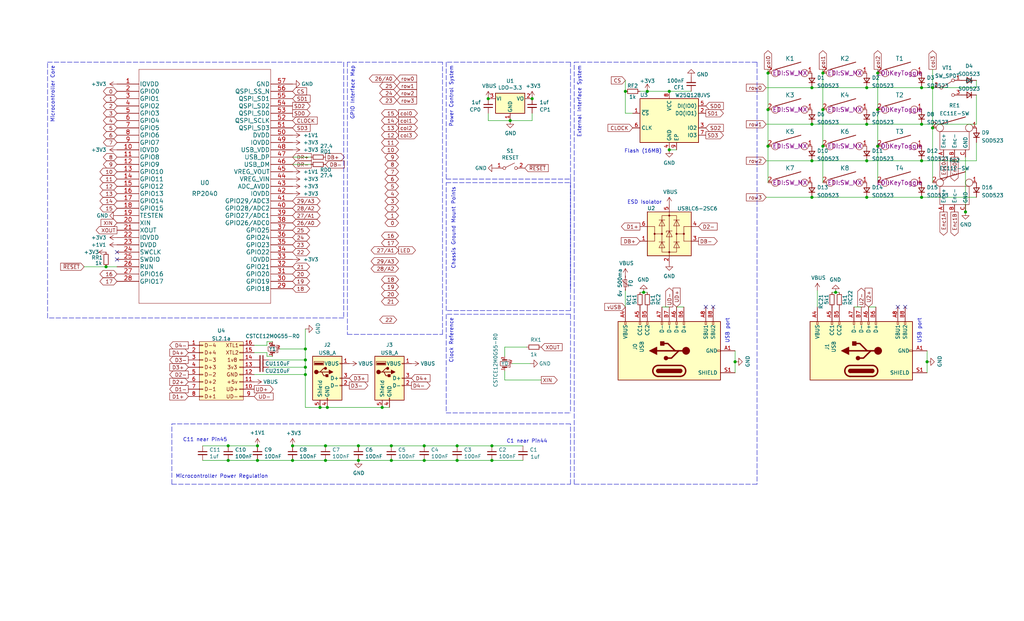
<source format=kicad_sch>
(kicad_sch (version 20211123) (generator eeschema)
  (paper "USLegal")
  (title_block (title "Hard Light") (date "2022-05-20") (rev "Mark 7") (company "Everywhere Defense Industries") (comment 1 "RP2040 main core"))
  (junction (at 177.165 41.91))
  (junction (at 281.94 55.88))
  (junction (at 158.75 160.02))
  (junction (at 320.04 43.18))
  (junction (at 232.41 52.07))
  (junction (at 300.99 55.88))
  (junction (at 113.665 141.605))
  (junction (at 266.7 25.4))
  (junction (at 304.8 38.1))
  (junction (at 320.04 55.88))
  (junction (at 266.7 38.1))
  (junction (at 124.46 154.94))
  (junction (at 285.75 50.8))
  (junction (at 255.27 125.73))
  (junction (at 170.815 154.94))
  (junction (at 224.79 31.75))
  (junction (at 111.125 141.605))
  (junction (at 169.545 34.29))
  (junction (at 304.8 25.4))
  (junction (at 323.85 44.45))
  (junction (at 170.815 160.02))
  (junction (at 101.6 154.94))
  (junction (at 89.408 160.02))
  (junction (at 79.248 160.02))
  (junction (at 281.94 43.18))
  (junction (at 101.6 160.02))
  (junction (at 320.04 30.48))
  (junction (at 135.89 160.02))
  (junction (at 106.045 130.175))
  (junction (at 217.17 31.75))
  (junction (at 147.32 160.02))
  (junction (at 320.04 68.58))
  (junction (at 113.03 154.94))
  (junction (at 335.28 73.66))
  (junction (at 36.83 92.71))
  (junction (at 290.195 101.6))
  (junction (at 223.52 101.6))
  (junction (at 266.7 50.8))
  (junction (at 89.408 154.94))
  (junction (at 300.99 30.48))
  (junction (at 281.94 68.58))
  (junction (at 113.03 160.02))
  (junction (at 106.045 121.285))
  (junction (at 300.99 43.18))
  (junction (at 285.75 25.4))
  (junction (at 321.945 125.73))
  (junction (at 300.99 68.58))
  (junction (at 124.46 160.02))
  (junction (at 147.32 154.94))
  (junction (at 304.8 50.8))
  (junction (at 79.248 154.94))
  (junction (at 184.785 34.29))
  (junction (at 158.75 154.94))
  (junction (at 106.045 125.095))
  (junction (at 281.94 30.48))
  (junction (at 132.715 141.605))
  (junction (at 323.85 30.48))
  (junction (at 232.41 31.75))
  (junction (at 106.045 127.635))
  (junction (at 135.89 154.94))
  (junction (at 285.75 38.1))
  (no_connect (at 311.785 106.68))
  (no_connect (at 40.64 87.63))
  (no_connect (at 40.64 90.17))
  (no_connect (at 314.325 106.68))
  (no_connect (at 247.65 106.68))
  (no_connect (at 245.11 106.68))
  (wire (pts (xy 113.03 154.94) (xy 101.6 154.94)))
  (wire (pts (xy 281.94 55.88) (xy 300.99 55.88)))
  (wire (pts (xy 93.345 125.095) (xy 106.045 125.095)))
  (wire (pts (xy 224.79 31.75) (xy 232.41 31.75)))
  (wire (pts (xy 88.265 122.555) (xy 92.71 122.555)))
  (wire (pts (xy 320.04 43.18) (xy 339.09 43.18)))
  (polyline (pts (xy 154.94 109.22) (xy 154.94 143.51)))
  (wire (pts (xy 320.04 68.58) (xy 339.09 68.58)))
  (wire (pts (xy 217.17 39.37) (xy 219.71 39.37)))
  (wire (pts (xy 175.26 120.65) (xy 175.26 123.825)))
  (wire (pts (xy 89.408 160.02) (xy 101.6 160.02)))
  (wire (pts (xy 177.8 126.365) (xy 184.15 126.365)))
  (wire (pts (xy 339.09 30.48) (xy 323.85 30.48)))
  (polyline (pts (xy 154.94 62.23) (xy 198.12 62.23)))
  (polyline (pts (xy 199.39 21.59) (xy 262.89 21.59)))
  (wire (pts (xy 237.49 106.68) (xy 234.95 106.68)))
  (polyline (pts (xy 119.38 110.49) (xy 16.51 110.49)))
  (wire (pts (xy 320.04 55.88) (xy 339.09 55.88)))
  (wire (pts (xy 323.85 30.48) (xy 320.04 30.48)))
  (wire (pts (xy 92.71 123.825) (xy 94.615 123.825)))
  (wire (pts (xy 323.85 24.13) (xy 323.85 30.48)))
  (polyline (pts (xy 198.12 63.5) (xy 198.12 107.95)))
  (wire (pts (xy 170.815 160.02) (xy 181.61 160.02)))
  (wire (pts (xy 232.41 52.07) (xy 234.95 52.07)))
  (wire (pts (xy 266.7 24.13) (xy 266.7 25.4)))
  (wire (pts (xy 124.46 154.94) (xy 113.03 154.94)))
  (polyline (pts (xy 16.51 21.59) (xy 119.38 21.59)))
  (wire (pts (xy 135.89 154.94) (xy 124.46 154.94)))
  (polyline (pts (xy 120.65 116.205) (xy 153.67 116.205)))
  (wire (pts (xy 175.26 128.905) (xy 175.26 132.08)))
  (wire (pts (xy 111.125 141.605) (xy 113.665 141.605)))
  (polyline (pts (xy 120.65 21.59) (xy 120.65 116.205)))
  (wire (pts (xy 266.7 38.1) (xy 266.7 50.8)))
  (wire (pts (xy 323.85 44.45) (xy 323.85 63.5)))
  (wire (pts (xy 97.155 121.285) (xy 106.045 121.285)))
  (wire (pts (xy 281.94 68.58) (xy 300.99 68.58)))
  (polyline (pts (xy 262.89 168.275) (xy 199.39 168.275)))
  (wire (pts (xy 304.8 25.4) (xy 304.8 38.1)))
  (wire (pts (xy 93.345 127.635) (xy 106.045 127.635)))
  (polyline (pts (xy 198.12 21.59) (xy 198.12 62.23)))
  (wire (pts (xy 88.265 130.175) (xy 106.045 130.175)))
  (wire (pts (xy 158.75 160.02) (xy 170.815 160.02)))
  (wire (pts (xy 223.52 101.6) (xy 222.25 101.6)))
  (polyline (pts (xy 154.94 63.5) (xy 198.12 63.5)))
  (wire (pts (xy 70.358 154.94) (xy 79.248 154.94)))
  (wire (pts (xy 184.785 41.91) (xy 184.785 39.37)))
  (wire (pts (xy 285.75 50.8) (xy 285.75 63.5)))
  (wire (pts (xy 304.8 38.1) (xy 304.8 50.8)))
  (wire (pts (xy 320.04 30.48) (xy 300.99 30.48)))
  (wire (pts (xy 147.32 154.94) (xy 135.89 154.94)))
  (wire (pts (xy 281.94 43.18) (xy 300.99 43.18)))
  (wire (pts (xy 79.248 154.94) (xy 89.408 154.94)))
  (wire (pts (xy 300.99 68.58) (xy 320.04 68.58)))
  (polyline (pts (xy 154.94 21.59) (xy 154.94 62.23)))
  (wire (pts (xy 113.665 141.605) (xy 132.715 141.605)))
  (wire (pts (xy 285.75 38.1) (xy 285.75 50.8)))
  (wire (pts (xy 170.815 154.94) (xy 181.61 154.94)))
  (wire (pts (xy 224.79 101.6) (xy 223.52 101.6)))
  (wire (pts (xy 266.065 68.58) (xy 281.94 68.58)))
  (wire (pts (xy 175.26 132.08) (xy 187.96 132.08)))
  (polyline (pts (xy 59.69 168.275) (xy 59.69 147.32)))
  (wire (pts (xy 304.8 24.13) (xy 304.8 25.4)))
  (wire (pts (xy 266.7 50.8) (xy 266.7 63.5)))
  (wire (pts (xy 266.065 43.18) (xy 281.94 43.18)))
  (wire (pts (xy 304.165 106.68) (xy 301.625 106.68)))
  (wire (pts (xy 339.09 49.53) (xy 339.09 55.88)))
  (wire (pts (xy 79.248 160.02) (xy 89.408 160.02)))
  (polyline (pts (xy 153.67 21.59) (xy 120.65 21.59)))
  (polyline (pts (xy 154.94 107.95) (xy 154.94 63.5)))
  (wire (pts (xy 222.25 31.75) (xy 224.79 31.75)))
  (polyline (pts (xy 154.94 143.51) (xy 198.12 143.51)))
  (wire (pts (xy 232.41 31.75) (xy 240.03 31.75)))
  (polyline (pts (xy 198.12 168.275) (xy 198.12 147.32)))
  (wire (pts (xy 92.71 118.745) (xy 94.615 118.745)))
  (wire (pts (xy 158.75 154.94) (xy 170.815 154.94)))
  (wire (pts (xy 300.99 55.88) (xy 320.04 55.88)))
  (wire (pts (xy 29.21 92.71) (xy 36.83 92.71)))
  (wire (pts (xy 339.09 27.94) (xy 339.09 30.48)))
  (wire (pts (xy 92.71 120.015) (xy 92.71 118.745)))
  (wire (pts (xy 335.28 54.61) (xy 335.28 73.66)))
  (polyline (pts (xy 153.67 116.205) (xy 153.67 21.59)))
  (wire (pts (xy 147.32 160.02) (xy 135.89 160.02)))
  (wire (pts (xy 169.545 39.37) (xy 169.545 41.91)))
  (polyline (pts (xy 198.12 100.33) (xy 198.12 62.23)))
  (wire (pts (xy 300.99 43.18) (xy 320.04 43.18)))
  (wire (pts (xy 36.83 92.71) (xy 40.64 92.71)))
  (wire (pts (xy 285.75 24.13) (xy 285.75 25.4)))
  (wire (pts (xy 304.8 50.8) (xy 304.8 63.5)))
  (wire (pts (xy 232.41 106.68) (xy 229.87 106.68)))
  (wire (pts (xy 92.71 122.555) (xy 92.71 123.825)))
  (wire (pts (xy 177.165 41.91) (xy 184.785 41.91)))
  (wire (pts (xy 217.17 31.75) (xy 217.17 39.37)))
  (wire (pts (xy 158.75 154.94) (xy 147.32 154.94)))
  (wire (pts (xy 217.17 100.965) (xy 217.17 106.68)))
  (wire (pts (xy 106.045 125.095) (xy 106.045 127.635)))
  (polyline (pts (xy 198.12 109.22) (xy 198.12 143.51)))
  (wire (pts (xy 323.85 30.48) (xy 323.85 44.45)))
  (wire (pts (xy 106.045 141.605) (xy 111.125 141.605)))
  (wire (pts (xy 217.17 27.94) (xy 217.17 31.75)))
  (wire (pts (xy 113.03 160.02) (xy 101.6 160.02)))
  (wire (pts (xy 266.7 25.4) (xy 266.7 38.1)))
  (wire (pts (xy 339.09 43.18) (xy 339.09 33.02)))
  (wire (pts (xy 158.75 160.02) (xy 147.32 160.02)))
  (polyline (pts (xy 198.12 107.95) (xy 154.94 107.95)))
  (wire (pts (xy 70.358 160.02) (xy 79.248 160.02)))
  (wire (pts (xy 321.945 129.54) (xy 321.945 125.73)))
  (polyline (pts (xy 16.51 110.49) (xy 16.51 21.59)))
  (wire (pts (xy 291.465 101.6) (xy 290.195 101.6)))
  (wire (pts (xy 169.545 41.91) (xy 177.165 41.91)))
  (wire (pts (xy 106.045 130.175) (xy 106.045 141.605)))
  (wire (pts (xy 300.99 30.48) (xy 281.94 30.48)))
  (wire (pts (xy 101.6 57.15) (xy 107.95 57.15)))
  (wire (pts (xy 321.945 125.73) (xy 321.945 121.92)))
  (polyline (pts (xy 119.38 21.59) (xy 119.38 110.49)))
  (wire (pts (xy 255.27 125.73) (xy 255.27 121.92)))
  (polyline (pts (xy 262.89 21.59) (xy 262.89 168.275)))
  (polyline (pts (xy 198.12 21.59) (xy 154.94 21.59)))
  (wire (pts (xy 135.89 160.02) (xy 124.46 160.02)))
  (wire (pts (xy 175.26 120.65) (xy 182.88 120.65)))
  (wire (pts (xy 132.715 141.605) (xy 135.255 141.605)))
  (wire (pts (xy 283.845 100.965) (xy 283.845 106.68)))
  (wire (pts (xy 88.265 120.015) (xy 92.71 120.015)))
  (wire (pts (xy 106.045 127.635) (xy 106.045 130.175)))
  (polyline (pts (xy 199.39 168.275) (xy 199.39 21.59)))
  (wire (pts (xy 266.065 30.48) (xy 281.94 30.48)))
  (wire (pts (xy 106.045 114.3) (xy 106.045 121.285)))
  (wire (pts (xy 124.46 160.02) (xy 113.03 160.02)))
  (wire (pts (xy 285.75 25.4) (xy 285.75 38.1)))
  (wire (pts (xy 290.195 101.6) (xy 288.925 101.6)))
  (wire (pts (xy 101.6 54.61) (xy 107.95 54.61)))
  (wire (pts (xy 255.27 129.54) (xy 255.27 125.73)))
  (polyline (pts (xy 198.12 109.22) (xy 154.94 109.22)))
  (polyline (pts (xy 198.12 147.32) (xy 59.69 147.32)))
  (wire (pts (xy 106.045 121.285) (xy 106.045 125.095)))
  (wire (pts (xy 266.065 55.88) (xy 281.94 55.88)))
  (polyline (pts (xy 59.69 168.275) (xy 198.12 168.275)))
  (wire (pts (xy 299.085 106.68) (xy 296.545 106.68)))
  (text "ESD Isolator" (at 229.87 71.12 180) (effects (font (size 1.27 1.27)) (justify right bottom)))
  (text "USB port" (at 253.365 119.38 90) (effects (font (size 1.27 1.27)) (justify left bottom)))
  (text "USB port" (at 320.04 119.38 90) (effects (font (size 1.27 1.27)) (justify left bottom)))
  (text "Flash (16MB)" (at 229.87 53.34 180) (effects (font (size 1.27 1.27)) (justify right bottom)))
  (text "Microcontroller Core" (at 19.05 22.86 270) (effects (font (size 1.27 1.27)) (justify right bottom)))
  (text "Chassis Ground Mount Points" (at 158.242 65.024 270) (effects (font (size 1.27 1.27)) (justify right bottom)))
  (text "C11 near Pin45" (at 63.5 153.67 0) (effects (font (size 1.27 1.27)) (justify left bottom)))
  (text "C1 near Pin44" (at 175.895 154.178 0) (effects (font (size 1.27 1.27)) (justify left bottom)))
  (text "Microcontroller Power Regulation" (at 60.96 166.37 0) (effects (font (size 1.27 1.27)) (justify left bottom)))
  (text "Power Control System" (at 157.48 22.86 270) (effects (font (size 1.27 1.27)) (justify right bottom)))
  (text "External Interface System" (at 201.93 22.86 270) (effects (font (size 1.27 1.27)) (justify right bottom)))
  (text "Clock Reference" (at 157.48 110.49 270) (effects (font (size 1.27 1.27)) (justify right bottom)))
  (text "GPIO Interface Map" (at 123.19 22.86 270) (effects (font (size 1.27 1.27)) (justify right bottom)))
  (global_label "vUSB" (shape input) (at 217.17 106.68 180) (property "Intersheet References" "${INTERSHEET_REFS}" (effects hide)))
  (global_label "XOUT" (shape input) (at 187.96 120.65 0) (property "Intersheet References" "${INTERSHEET_REFS}" (effects hide)))
  (global_label "CS" (shape input) (at 101.6 31.75 0) (property "Intersheet References" "${INTERSHEET_REFS}" (effects hide)))
  (global_label "row3" (shape input) (at 266.065 68.58 180) (property "Intersheet References" "${INTERSHEET_REFS}" (effects hide)))
  (global_label "2" (shape bidirectional) (at 138.43 72.39 180) (property "Intersheet References" "${INTERSHEET_REFS}" (effects hide)))
  (global_label "col1" (shape output) (at 285.75 24.13 90) (property "Intersheet References" "${INTERSHEET_REFS}" (effects hide)))
  (global_label "19" (shape bidirectional) (at 101.6 97.79 0) (property "Intersheet References" "${INTERSHEET_REFS}" (effects hide)))
  (global_label "25" (shape bidirectional) (at 137.795 29.845 180) (property "Intersheet References" "${INTERSHEET_REFS}" (effects hide)))
  (global_label "col1" (shape output) (at 138.43 41.91 0) (property "Intersheet References" "${INTERSHEET_REFS}" (effects hide)))
  (global_label "SD1" (shape output) (at 245.11 39.37 0) (property "Intersheet References" "${INTERSHEET_REFS}" (effects hide)))
  (global_label "col0" (shape output) (at 138.43 39.37 0) (property "Intersheet References" "${INTERSHEET_REFS}" (effects hide)))
  (global_label "16" (shape bidirectional) (at 138.43 81.915 180) (property "Intersheet References" "${INTERSHEET_REFS}" (effects hide)))
  (global_label "row0" (shape input) (at 266.065 30.48 180) (property "Intersheet References" "${INTERSHEET_REFS}" (effects hide)))
  (global_label "D1-" (shape output) (at 65.405 135.255 180) (property "Intersheet References" "${INTERSHEET_REFS}" (effects hide)))
  (global_label "D3-" (shape output) (at 65.405 125.095 180) (property "Intersheet References" "${INTERSHEET_REFS}" (effects hide)))
  (global_label "D3-" (shape output) (at 121.285 133.985 0) (property "Intersheet References" "${INTERSHEET_REFS}" (effects hide)))
  (global_label "D3+" (shape input) (at 65.405 127.635 180) (property "Intersheet References" "${INTERSHEET_REFS}" (effects hide)))
  (global_label "DB-" (shape input) (at 113.03 57.15 0) (property "Intersheet References" "${INTERSHEET_REFS}" (effects hide)))
  (global_label "7" (shape bidirectional) (at 138.43 59.69 180) (property "Intersheet References" "${INTERSHEET_REFS}" (effects hide)))
  (global_label "D4-" (shape output) (at 142.875 133.985 0) (property "Intersheet References" "${INTERSHEET_REFS}" (effects hide)))
  (global_label "Enc1B" (shape output) (at 331.47 73.66 270) (property "Intersheet References" "${INTERSHEET_REFS}" (effects hide)))
  (global_label "1" (shape bidirectional) (at 138.43 74.93 180) (property "Intersheet References" "${INTERSHEET_REFS}" (effects hide)))
  (global_label "D1+" (shape output) (at 222.25 78.74 180) (property "Intersheet References" "${INTERSHEET_REFS}" (effects hide)))
  (global_label "26{slash}A0" (shape bidirectional) (at 137.795 27.305 180) (property "Intersheet References" "${INTERSHEET_REFS}" (effects hide)))
  (global_label "0" (shape bidirectional) (at 40.64 31.75 180) (property "Intersheet References" "${INTERSHEET_REFS}" (effects hide)))
  (global_label "UD-" (shape output) (at 232.41 106.68 90) (property "Intersheet References" "${INTERSHEET_REFS}" (effects hide)))
  (global_label "11" (shape bidirectional) (at 40.64 62.23 180) (property "Intersheet References" "${INTERSHEET_REFS}" (effects hide)))
  (global_label "CS" (shape input) (at 217.17 27.94 180) (property "Intersheet References" "${INTERSHEET_REFS}" (effects hide)))
  (global_label "24" (shape bidirectional) (at 101.6 82.55 0) (property "Intersheet References" "${INTERSHEET_REFS}" (effects hide)))
  (global_label "CLOCK" (shape input) (at 101.6 41.91 0) (property "Intersheet References" "${INTERSHEET_REFS}" (effects hide)))
  (global_label "5" (shape bidirectional) (at 138.43 64.77 180) (property "Intersheet References" "${INTERSHEET_REFS}" (effects hide)))
  (global_label "col3" (shape output) (at 138.43 46.99 0) (property "Intersheet References" "${INTERSHEET_REFS}" (effects hide)))
  (global_label "25" (shape bidirectional) (at 101.6 80.01 0) (property "Intersheet References" "${INTERSHEET_REFS}" (effects hide)))
  (global_label "D3+" (shape input) (at 121.285 131.445 0) (property "Intersheet References" "${INTERSHEET_REFS}" (effects hide)))
  (global_label "SD3" (shape output) (at 245.11 46.99 0) (property "Intersheet References" "${INTERSHEET_REFS}" (effects hide)))
  (global_label "U2-" (shape output) (at 299.085 106.68 90) (property "Intersheet References" "${INTERSHEET_REFS}" (effects hide)))
  (global_label "20" (shape bidirectional) (at 138.43 102.235 180) (property "Intersheet References" "${INTERSHEET_REFS}" (effects hide)))
  (global_label "D2+" (shape input) (at 65.405 132.715 180) (property "Intersheet References" "${INTERSHEET_REFS}" (effects hide)))
  (global_label "SD3" (shape input) (at 101.6 44.45 0) (property "Intersheet References" "${INTERSHEET_REFS}" (effects hide)))
  (global_label "3" (shape bidirectional) (at 40.64 39.37 180) (property "Intersheet References" "${INTERSHEET_REFS}" (effects hide)))
  (global_label "~{RESET}" (shape input) (at 29.21 92.71 180) (property "Intersheet References" "${INTERSHEET_REFS}" (effects hide)))
  (global_label "9" (shape bidirectional) (at 138.43 54.61 180) (property "Intersheet References" "${INTERSHEET_REFS}" (effects hide)))
  (global_label "12" (shape bidirectional) (at 138.43 46.99 180) (property "Intersheet References" "${INTERSHEET_REFS}" (effects hide)))
  (global_label "27{slash}A1" (shape bidirectional) (at 101.6 74.93 0) (property "Intersheet References" "${INTERSHEET_REFS}" (effects hide)))
  (global_label "D1+" (shape input) (at 65.405 137.795 180) (property "Intersheet References" "${INTERSHEET_REFS}" (effects hide)))
  (global_label "U2+" (shape input) (at 301.625 106.68 90) (property "Intersheet References" "${INTERSHEET_REFS}" (effects hide)))
  (global_label "CLOCK" (shape input) (at 219.71 44.45 180) (property "Intersheet References" "${INTERSHEET_REFS}" (effects hide)))
  (global_label "24" (shape bidirectional) (at 137.795 32.385 180) (property "Intersheet References" "${INTERSHEET_REFS}" (effects hide)))
  (global_label "DB+" (shape input) (at 222.25 83.82 180) (property "Intersheet References" "${INTERSHEET_REFS}" (effects hide)))
  (global_label "13" (shape bidirectional) (at 40.64 67.31 180) (property "Intersheet References" "${INTERSHEET_REFS}" (effects hide)))
  (global_label "SD1" (shape input) (at 101.6 34.29 0) (property "Intersheet References" "${INTERSHEET_REFS}" (effects hide)))
  (global_label "21" (shape bidirectional) (at 101.6 92.71 0) (property "Intersheet References" "${INTERSHEET_REFS}" (effects hide)))
  (global_label "XIN" (shape input) (at 40.64 77.47 180) (property "Intersheet References" "${INTERSHEET_REFS}" (effects hide)))
  (global_label "7" (shape bidirectional) (at 40.64 49.53 180) (property "Intersheet References" "${INTERSHEET_REFS}" (effects hide)))
  (global_label "~{RESET}" (shape input) (at 182.245 58.42 0) (property "Intersheet References" "${INTERSHEET_REFS}" (effects hide)))
  (global_label "28{slash}A2" (shape bidirectional) (at 138.43 93.345 180) (property "Intersheet References" "${INTERSHEET_REFS}" (effects hide)))
  (global_label "col2" (shape output) (at 138.43 44.45 0) (property "Intersheet References" "${INTERSHEET_REFS}" (effects hide)))
  (global_label "18" (shape bidirectional) (at 138.43 97.155 180) (property "Intersheet References" "${INTERSHEET_REFS}" (effects hide)))
  (global_label "2" (shape bidirectional) (at 40.64 36.83 180) (property "Intersheet References" "${INTERSHEET_REFS}" (effects hide)))
  (global_label "15" (shape bidirectional) (at 138.43 39.37 180) (property "Intersheet References" "${INTERSHEET_REFS}" (effects hide)))
  (global_label "14" (shape bidirectional) (at 40.64 69.85 180) (property "Intersheet References" "${INTERSHEET_REFS}" (effects hide)))
  (global_label "15" (shape bidirectional) (at 40.64 72.39 180) (property "Intersheet References" "${INTERSHEET_REFS}" (effects hide)))
  (global_label "D2-" (shape output) (at 65.405 130.175 180) (property "Intersheet References" "${INTERSHEET_REFS}" (effects hide)))
  (global_label "D4+" (shape input) (at 142.875 131.445 0) (property "Intersheet References" "${INTERSHEET_REFS}" (effects hide)))
  (global_label "SD0" (shape input) (at 245.11 36.83 0) (property "Intersheet References" "${INTERSHEET_REFS}" (effects hide)))
  (global_label "D2-" (shape input) (at 242.57 78.74 0) (property "Intersheet References" "${INTERSHEET_REFS}" (effects hide)))
  (global_label "XIN" (shape output) (at 187.96 132.08 0) (property "Intersheet References" "${INTERSHEET_REFS}" (effects hide)))
  (global_label "8" (shape bidirectional) (at 138.43 57.15 180) (property "Intersheet References" "${INTERSHEET_REFS}" (effects hide)))
  (global_label "SD0" (shape output) (at 101.6 39.37 0) (property "Intersheet References" "${INTERSHEET_REFS}" (effects hide)))
  (global_label "0" (shape bidirectional) (at 138.43 77.47 180) (property "Intersheet References" "${INTERSHEET_REFS}" (effects hide)))
  (global_label "28{slash}A2" (shape bidirectional) (at 101.6 72.39 0) (property "Intersheet References" "${INTERSHEET_REFS}" (effects hide)))
  (global_label "Enc1A" (shape output) (at 327.66 73.66 270) (property "Intersheet References" "${INTERSHEET_REFS}" (effects hide)))
  (global_label "26{slash}A0" (shape bidirectional) (at 101.6 77.47 0) (property "Intersheet References" "${INTERSHEET_REFS}" (effects hide)))
  (global_label "22" (shape bidirectional) (at 137.795 111.125 180) (property "Intersheet References" "${INTERSHEET_REFS}" (effects hide)))
  (global_label "DB+" (shape output) (at 113.03 54.61 0) (property "Intersheet References" "${INTERSHEET_REFS}" (effects hide)))
  (global_label "UD+" (shape output) (at 88.265 135.255 0) (property "Intersheet References" "${INTERSHEET_REFS}" (effects hide)))
  (global_label "8" (shape bidirectional) (at 40.64 54.61 180) (property "Intersheet References" "${INTERSHEET_REFS}" (effects hide)))
  (global_label "row2" (shape input) (at 266.065 55.88 180) (property "Intersheet References" "${INTERSHEET_REFS}" (effects hide)))
  (global_label "9" (shape bidirectional) (at 40.64 57.15 180) (property "Intersheet References" "${INTERSHEET_REFS}" (effects hide)))
  (global_label "16" (shape bidirectional) (at 40.64 95.25 180) (property "Intersheet References" "${INTERSHEET_REFS}" (effects hide)))
  (global_label "row2" (shape input) (at 137.795 32.385 0) (property "Intersheet References" "${INTERSHEET_REFS}" (effects hide)))
  (global_label "23" (shape bidirectional) (at 101.6 85.09 0) (property "Intersheet References" "${INTERSHEET_REFS}" (effects hide)))
  (global_label "17" (shape bidirectional) (at 40.64 97.79 180) (property "Intersheet References" "${INTERSHEET_REFS}" (effects hide)))
  (global_label "col2" (shape output) (at 304.8 24.13 90) (property "Intersheet References" "${INTERSHEET_REFS}" (effects hide)))
  (global_label "col0" (shape output) (at 266.7 24.13 90) (property "Intersheet References" "${INTERSHEET_REFS}" (effects hide)))
  (global_label "Enc0A" (shape output) (at 327.66 54.61 270) (property "Intersheet References" "${INTERSHEET_REFS}" (effects hide)))
  (global_label "29{slash}A3" (shape bidirectional) (at 138.43 90.805 180) (property "Intersheet References" "${INTERSHEET_REFS}" (effects hide)))
  (global_label "D4+" (shape input) (at 65.405 122.555 180) (property "Intersheet References" "${INTERSHEET_REFS}" (effects hide)))
  (global_label "12" (shape bidirectional) (at 40.64 64.77 180) (property "Intersheet References" "${INTERSHEET_REFS}" (effects hide)))
  (global_label "10" (shape bidirectional) (at 138.43 52.07 180) (property "Intersheet References" "${INTERSHEET_REFS}" (effects hide)))
  (global_label "Enc0B" (shape output) (at 331.47 54.61 270) (property "Intersheet References" "${INTERSHEET_REFS}" (effects hide)))
  (global_label "6" (shape bidirectional) (at 40.64 46.99 180) (property "Intersheet References" "${INTERSHEET_REFS}" (effects hide)))
  (global_label "29{slash}A3" (shape bidirectional) (at 101.6 69.85 0) (property "Intersheet References" "${INTERSHEET_REFS}" (effects hide)))
  (global_label "row1" (shape input) (at 137.795 29.845 0) (property "Intersheet References" "${INTERSHEET_REFS}" (effects hide)))
  (global_label "col3" (shape output) (at 323.85 24.13 90) (property "Intersheet References" "${INTERSHEET_REFS}" (effects hide)))
  (global_label "4" (shape bidirectional) (at 40.64 41.91 180) (property "Intersheet References" "${INTERSHEET_REFS}" (effects hide)))
  (global_label "D4-" (shape output) (at 65.405 120.015 180) (property "Intersheet References" "${INTERSHEET_REFS}" (effects hide)))
  (global_label "UD+" (shape input) (at 234.95 106.68 90) (property "Intersheet References" "${INTERSHEET_REFS}" (effects hide)))
  (global_label "SD2" (shape input) (at 245.11 44.45 0) (property "Intersheet References" "${INTERSHEET_REFS}" (effects hide)))
  (global_label "row3" (shape input) (at 137.795 34.925 0) (property "Intersheet References" "${INTERSHEET_REFS}" (effects hide)))
  (global_label "23" (shape bidirectional) (at 137.795 34.925 180) (property "Intersheet References" "${INTERSHEET_REFS}" (effects hide)))
  (global_label "row1" (shape input) (at 266.065 43.18 180) (property "Intersheet References" "${INTERSHEET_REFS}" (effects hide)))
  (global_label "DR+" (shape input) (at 101.6 54.61 0) (property "Intersheet References" "${INTERSHEET_REFS}" (effects hide)))
  (global_label "SD2" (shape output) (at 101.6 36.83 0) (property "Intersheet References" "${INTERSHEET_REFS}" (effects hide)))
  (global_label "13" (shape bidirectional) (at 138.43 44.45 180) (property "Intersheet References" "${INTERSHEET_REFS}" (effects hide)))
  (global_label "UD-" (shape input) (at 88.265 137.795 0) (property "Intersheet References" "${INTERSHEET_REFS}" (effects hide)))
  (global_label "27{slash}A1" (shape bidirectional) (at 138.43 86.995 180) (property "Intersheet References" "${INTERSHEET_REFS}" (effects hide)))
  (global_label "4" (shape bidirectional) (at 138.43 67.31 180) (property "Intersheet References" "${INTERSHEET_REFS}" (effects hide)))
  (global_label "6" (shape bidirectional) (at 138.43 62.23 180) (property "Intersheet References" "${INTERSHEET_REFS}" (effects hide)))
  (global_label "11" (shape bidirectional) (at 138.43 49.53 180) (property "Intersheet References" "${INTERSHEET_REFS}" (effects hide)))
  (global_label "17" (shape bidirectional) (at 138.43 84.455 180) (property "Intersheet References" "${INTERSHEET_REFS}" (effects hide)))
  (global_label "5" (shape bidirectional) (at 40.64 44.45 180) (property "Intersheet References" "${INTERSHEET_REFS}" (effects hide)))
  (global_label "XOUT" (shape output) (at 40.64 80.01 180) (property "Intersheet References" "${INTERSHEET_REFS}" (effects hide)))
  (global_label "3" (shape bidirectional) (at 138.43 69.85 180) (property "Intersheet References" "${INTERSHEET_REFS}" (effects hide)))
  (global_label "21" (shape bidirectional) (at 138.43 104.775 180) (property "Intersheet References" "${INTERSHEET_REFS}" (effects hide)))
  (global_label "19" (shape bidirectional) (at 138.43 99.695 180) (property "Intersheet References" "${INTERSHEET_REFS}" (effects hide)))
  (global_label "DR-" (shape input) (at 101.6 57.15 0) (property "Intersheet References" "${INTERSHEET_REFS}" (effects hide)))
  (global_label "18" (shape bidirectional) (at 101.6 100.33 0) (property "Intersheet References" "${INTERSHEET_REFS}" (effects hide)))
  (global_label "LED" (shape output) (at 138.43 86.995 0) (property "Intersheet References" "${INTERSHEET_REFS}" (effects hide)))
  (global_label "20" (shape bidirectional) (at 101.6 95.25 0) (property "Intersheet References" "${INTERSHEET_REFS}" (effects hide)))
  (global_label "10" (shape bidirectional) (at 40.64 59.69 180) (property "Intersheet References" "${INTERSHEET_REFS}" (effects hide)))
  (global_label "1" (shape bidirectional) (at 40.64 34.29 180) (property "Intersheet References" "${INTERSHEET_REFS}" (effects hide)))
  (global_label "14" (shape bidirectional) (at 138.43 41.91 180) (property "Intersheet References" "${INTERSHEET_REFS}" (effects hide)))
  (global_label "22" (shape bidirectional) (at 101.6 87.63 0) (property "Intersheet References" "${INTERSHEET_REFS}" (effects hide)))
  (global_label "DB-" (shape output) (at 242.57 83.82 0) (property "Intersheet References" "${INTERSHEET_REFS}" (effects hide)))
  (global_label "row0" (shape input) (at 137.795 27.305 0) (property "Intersheet References" "${INTERSHEET_REFS}" (effects hide)))
  (symbol (lib_id "power:GND") (at 40.64 74.93 270) (unit 1)
    (property "Reference" "#PWR0102" (effects hide))
    (property "Value" "GND" (at 35.56 74.93 90))
  )
  (symbol (lib_id "Device:C_Small") (at 181.61 157.48 0) (unit 1)
    (property "Reference" "C1" (at 183.9468 156.3116 0) (effects (justify left)))
    (property "Value" "1uf" (at 184.15 158.75 0) (effects (justify left)))
    (property "Footprint" "EDI:Passive_0402_1005Metric" (effects hide))
    (property "LCSC" "C52923" (effects hide))
  )
  (symbol (lib_id "Device:C_Small") (at 158.75 157.48 0) (unit 1)
    (property "Reference" "C3" (at 161.0868 156.3116 0) (effects (justify left)))
    (property "Value" "100nF" (at 161.0868 158.623 0) (effects (justify left)))
    (property "Footprint" "EDI:Passive_0402_1005Metric" (effects hide))
    (property "LCSC" "C1525" (effects hide))
  )
  (symbol (lib_id "Device:C_Small") (at 147.32 157.48 0) (unit 1)
    (property "Reference" "C4" (at 149.6568 156.3116 0) (effects (justify left)))
    (property "Value" "100nF" (at 149.6568 158.623 0) (effects (justify left)))
    (property "Footprint" "EDI:Passive_0402_1005Metric" (effects hide))
    (property "LCSC" "C1525" (effects hide))
  )
  (symbol (lib_id "power:GND") (at 124.46 160.02 0) (unit 1)
    (property "Reference" "#PWR0104" (effects hide))
    (property "Value" "GND" (at 124.587 164.4142 0))
  )
  (symbol (lib_id "Regulator_Linear:LD1117S33TR_SOT223") (at 177.165 34.29 0) (unit 1)
    (property "Reference" "U1" (at 177.165 28.1432 0))
    (property "Value" "LDO-3.3" (at 177.165 30.4546 0))
    (property "Footprint" "Package_TO_SOT_SMD:SOT-23" (effects hide))
    (property "Datasheet" "http://www.st.com/st-web-ui/static/active/en/resource/technical/document/datasheet/CD00000544.pdf" (effects hide))
    (property "LCSC" "C83932" (effects hide))
  )
  (symbol (lib_id "power:GND") (at 177.165 41.91 0) (unit 1)
    (property "Reference" "#PWR0105" (effects hide))
    (property "Value" "GND" (at 177.292 46.3042 0))
  )
  (symbol (lib_id "power:+3V3") (at 184.785 34.29 0) (unit 1)
    (property "Reference" "#PWR0106" (effects hide))
    (property "Value" "+3V3" (at 185.166 29.8958 0))
  )
  (symbol (lib_id "power:VBUS") (at 169.545 34.29 0) (unit 1)
    (property "Reference" "#PWR0107" (effects hide))
    (property "Value" "VBUS" (at 169.926 29.8958 0))
  )
  (symbol (lib_id "HL-Mk2-rescue:USB_C_Receptacle_USB2.0-Connector") (at 232.41 121.92 90) (unit 1)
    (property "Reference" "J0" (at 220.5482 120.523 0))
    (property "Value" "USB" (at 222.8596 120.523 0))
    (property "Footprint" "Connector_USB:USB_C_Receptacle_HRO_TYPE-C-31-M-12" (effects hide))
    (property "LCSC" "C167321" (effects hide))
  )
  (symbol (lib_id "power:GND") (at 255.27 125.73 90) (unit 1)
    (property "Reference" "#PWR0108" (effects hide))
    (property "Value" "GND" (at 259.6642 125.603 0))
  )
  (symbol (lib_id "power:VBUS") (at 217.17 95.885 0) (unit 1)
    (property "Reference" "#PWR0109" (effects hide))
    (property "Value" "VBUS" (at 217.551 91.4908 0))
  )
  (symbol (lib_id "Device:C_Small") (at 135.89 157.48 0) (unit 1)
    (property "Reference" "C5" (at 138.2268 156.3116 0) (effects (justify left)))
    (property "Value" "100nF" (at 138.2268 158.623 0) (effects (justify left)))
    (property "Footprint" "EDI:Passive_0402_1005Metric" (effects hide))
    (property "LCSC" "C1525" (effects hide))
  )
  (symbol (lib_id "Device:R_Small") (at 224.79 104.14 0) (unit 1)
    (property "Reference" "RC2" (at 228.6 106.045 90) (effects (justify left)))
    (property "Value" "5k1" (at 226.695 106.045 90) (effects (justify left)))
    (property "Footprint" "EDI:Passive_0402_1005Metric" (effects hide))
    (property "LCSC" "C25905" (effects hide))
  )
  (symbol (lib_id "Device:R_Small") (at 222.25 104.14 180) (unit 1)
    (property "Reference" "RC1" (at 218.44 102.235 90) (effects (justify left)))
    (property "Value" "5k1" (at 220.345 102.235 90) (effects (justify left)))
    (property "Footprint" "EDI:Passive_0402_1005Metric" (effects hide))
    (property "LCSC" "C25905" (effects hide))
  )
  (symbol (lib_id "power:GND") (at 223.52 101.6 180) (unit 1)
    (property "Reference" "#PWR0113" (effects hide))
    (property "Value" "GND" (at 223.393 97.2058 0))
  )
  (symbol (lib_id "power:+3V3") (at 101.6 154.94 0) (unit 1)
    (property "Reference" "#PWR0103" (effects hide))
    (property "Value" "+3V3" (at 101.981 150.5458 0))
  )
  (symbol (lib_id "Device:Polyfuse_Small") (at 217.17 98.425 180) (unit 1)
    (property "Reference" "F0" (at 219.075 97.155 90) (effects (justify left)))
    (property "Value" "6v 500ma" (at 215.265 93.345 90) (effects (justify left)))
    (property "Footprint" "Fuse:Fuse_0402_1005Metric" (effects hide))
    (property "LCSC" "C206938" (effects hide))
  )
  (symbol (lib_id "power:+3V3") (at 101.6 64.77 270) (unit 1)
    (property "Reference" "#PWR0111" (effects hide))
    (property "Value" "+3V3" (at 107.95 64.77 90))
  )
  (symbol (lib_id "Device:C_Small") (at 113.03 157.48 0) (unit 1)
    (property "Reference" "C7" (at 115.3668 156.3116 0) (effects (justify left)))
    (property "Value" "100nF" (at 115.3668 158.623 0) (effects (justify left)))
    (property "Footprint" "EDI:Passive_0402_1005Metric" (effects hide))
    (property "LCSC" "C1525" (effects hide))
  )
  (symbol (lib_id "power:VBUS") (at 232.41 71.12 0) (unit 1)
    (property "Reference" "#PWR09" (effects hide))
    (property "Value" "VBUS" (at 232.791 66.7258 0))
  )
  (symbol (lib_id "EDI:EC11E-SW") (at 331.47 63.5 0) (unit 1)
    (property "Reference" "RE2" (at 331.47 55.7235 0))
    (property "Value" "EC11E-SW" (at 331.47 58.4986 0))
    (property "Footprint" "EDI:EC11E-SW" (effects hide))
  )
  (symbol (lib_id "Device:C_Small") (at 169.545 36.83 180) (unit 1)
    (property "Reference" "CP0" (at 167.005 38.1 0) (effects (justify left)))
    (property "Value" "1uf" (at 167.005 35.56 0) (effects (justify left)))
    (property "Footprint" "EDI:Passive_0402_1005Metric" (effects hide))
    (property "LCSC" "C52923" (effects hide))
  )
  (symbol (lib_id "Connector:USB_A") (at 113.665 131.445 0) (unit 1)
    (property "Reference" "J2" (at 113.665 119.8585 0))
    (property "Value" "USB_A" (at 113.665 122.6336 0))
    (property "Footprint" "Connector_USB:USB_A_Molex_67643_Horizontal" (effects hide))
    (property "Datasheet" " ~" (effects hide))
  )
  (symbol (lib_id "power:GND") (at 101.6 29.21 90) (unit 1)
    (property "Reference" "#PWR03" (effects hide))
    (property "Value" "GND" (at 106.68 29.21 90))
  )
  (symbol (lib_id "EDI:Keyswitch") (at 293.37 25.4 0) (unit 1)
    (property "Reference" "K2" (at 293.37 20.3381 0) (effects (font (size 1.524 1.524))))
    (property "Value" "Keyswitch" (effects hide))
    (property "Footprint" "EDI:SW_MX" (at 293.37 25.4 0) (effects (font (size 1.524 1.524))))
  )
  (symbol (lib_id "power:GND") (at 172.085 58.42 270) (unit 1)
    (property "Reference" "#PWR0127" (effects hide))
    (property "Value" "GND" (at 167.005 58.42 90))
  )
  (symbol (lib_id "EDI:Keyswitch") (at 312.42 50.8 0) (unit 1)
    (property "Reference" "T3" (at 312.42 45.7381 0) (effects (font (size 1.524 1.524))))
    (property "Value" "Keyswitch" (effects hide))
    (property "Footprint" "EDI:KeyToggle" (at 312.42 50.8 0) (effects (font (size 1.524 1.524))))
  )
  (symbol (lib_id "EDI:Keyswitch") (at 293.37 50.8 0) (unit 1)
    (property "Reference" "K6" (at 293.37 45.7381 0) (effects (font (size 1.524 1.524))))
    (property "Value" "Keyswitch" (effects hide))
    (property "Footprint" "EDI:SW_MX" (at 293.37 50.8 0) (effects (font (size 1.524 1.524))))
  )
  (symbol (lib_id "Device:R_Small") (at 110.49 57.15 270) (unit 1)
    (property "Reference" "RD0" (at 111.125 59.055 90) (effects (justify left)))
    (property "Value" "27.4" (at 111.125 60.96 90) (effects (justify left)))
    (property "Footprint" "EDI:Passive_0402_1005Metric" (effects hide))
    (property "LCSC" "C172043" (effects hide))
  )
  (symbol (lib_id "power:GND") (at 184.15 126.365 90) (unit 1)
    (property "Reference" "#PWR0101" (effects hide))
    (property "Value" "GND" (at 189.23 126.365 90))
  )
  (symbol (lib_id "Device:C_Small") (at 70.358 157.48 0) (unit 1)
    (property "Reference" "C11" (at 72.6948 156.3116 0) (effects (justify left)))
    (property "Value" "1uf" (at 72.6948 158.623 0) (effects (justify left)))
    (property "Footprint" "EDI:Passive_0402_1005Metric" (effects hide))
    (property "LCSC" "C52923" (effects hide))
  )
  (symbol (lib_id "Device:R_Small") (at 288.925 104.14 180) (unit 1)
    (property "Reference" "RC21" (at 285.115 102.235 90) (effects (justify left)))
    (property "Value" "5k1" (at 287.02 102.235 90) (effects (justify left)))
    (property "Footprint" "EDI:Passive_0402_1005Metric" (effects hide))
    (property "LCSC" "C25905" (effects hide))
  )
  (symbol (lib_id "EDI:Keyswitch") (at 312.42 25.4 0) (unit 1)
    (property "Reference" "T1" (at 312.42 20.3381 0) (effects (font (size 1.524 1.524))))
    (property "Value" "Keyswitch" (effects hide))
    (property "Footprint" "EDI:KeyToggle" (at 312.42 25.4 0) (effects (font (size 1.524 1.524))))
  )
  (symbol (lib_id "power:+3V3") (at 101.6 52.07 270) (unit 1)
    (property "Reference" "#PWR0124" (effects hide))
    (property "Value" "+3V3" (at 107.95 52.07 90))
  )
  (symbol (lib_id "power:+3V3") (at 101.6 67.31 270) (unit 1)
    (property "Reference" "#PWR0112" (effects hide))
    (property "Value" "+3V3" (at 107.95 67.31 90))
  )
  (symbol (lib_id "EDI:Keyswitch") (at 293.37 63.5 0) (unit 1)
    (property "Reference" "K8" (at 293.37 58.4381 0) (effects (font (size 1.524 1.524))))
    (property "Value" "Keyswitch" (effects hide))
    (property "Footprint" "EDI:SW_MX" (at 293.37 63.5 0) (effects (font (size 1.524 1.524))))
  )
  (symbol (lib_id "Device:D_Small") (at 300.99 53.34 90) (unit 1)
    (property "Reference" "D11" (at 302.768 52.4315 90) (effects (justify right)))
    (property "Value" "SOD523" (at 302.768 55.2066 90) (effects (justify right)))
    (property "Footprint" "Diode_SMD:D_SOD-523" (effects hide))
  )
  (symbol (lib_id "Power_Protection:USBLC6-2SC6") (at 232.41 81.28 0) (unit 1)
    (property "Reference" "U2" (at 224.79 72.39 0) (effects (justify left)))
    (property "Value" "USBLC6-2SC6" (at 235.1787 72.4686 0) (effects (justify left)))
    (property "Footprint" "Package_TO_SOT_SMD:SOT-23-6" (effects hide))
    (property "Datasheet" "https://www.st.com/resource/en/datasheet/usblc6-2.pdf" (effects hide))
    (property "LCSC" "C2827654" (effects hide))
  )
  (symbol (lib_id "Device:Crystal_GND2_Small") (at 94.615 121.285 90) (unit 1)
    (property "Reference" "Y1" (at 95.885 121.285 90) (effects (justify left)))
    (property "Value" "CSTCE12M0G55-R0" (at 104.14 116.84 90) (effects (justify left)))
    (property "Footprint" "Crystal:Resonator_SMD_Murata_CSTxExxV-3Pin_3.0x1.1mm" (effects hide))
    (property "LCSC" "C91581" (effects hide))
  )
  (symbol (lib_id "Switch:SW_SPST") (at 177.165 58.42 0) (unit 1)
    (property "Reference" "S1" (at 177.165 52.451 0))
    (property "Value" "RESET" (at 177.165 54.7624 0))
    (property "Footprint" "Button_Switch_SMD:SW_SPST_SKQG_WithoutStem" (effects hide))
    (property "LCSC" "C139779" (effects hide))
  )
  (symbol (lib_id "power:+3V3") (at 40.64 29.21 90) (unit 1)
    (property "Reference" "#PWR0120" (effects hide))
    (property "Value" "+3V3" (at 34.29 29.21 90))
  )
  (symbol (lib_id "EDI:EC11E-SW") (at 331.47 44.45 0) (unit 1)
    (property "Reference" "RE1" (at 331.47 36.6735 0))
    (property "Value" "EC11E-SW" (at 331.47 39.4486 0))
    (property "Footprint" "EDI:EC11E-SW" (effects hide))
  )
  (symbol (lib_id "Device:D_Small") (at 320.04 40.64 90) (unit 1)
    (property "Reference" "D8" (at 321.818 39.7315 90) (effects (justify right)))
    (property "Value" "SOD523" (at 321.818 42.5066 90) (effects (justify right)))
    (property "Footprint" "Diode_SMD:D_SOD-523" (effects hide))
  )
  (symbol (lib_id "Device:C_Small") (at 89.408 157.48 0) (unit 1)
    (property "Reference" "C9" (at 91.7448 156.3116 0) (effects (justify left)))
    (property "Value" "100nF" (at 91.7448 158.623 0) (effects (justify left)))
    (property "Footprint" "EDI:Passive_0402_1005Metric" (effects hide))
    (property "LCSC" "C1525" (effects hide))
  )
  (symbol (lib_id "EDI:Keyswitch") (at 274.32 25.4 0) (unit 1)
    (property "Reference" "K1" (at 274.32 20.3381 0) (effects (font (size 1.524 1.524))))
    (property "Value" "Keyswitch" (effects hide))
    (property "Footprint" "EDI:SW_MX" (at 274.32 25.4 0) (effects (font (size 1.524 1.524))))
  )
  (symbol (lib_id "Connector:USB_A") (at 135.255 131.445 0) (unit 1)
    (property "Reference" "J3" (at 135.255 119.8585 0))
    (property "Value" "USB_A" (at 135.255 122.6336 0))
    (property "Footprint" "Connector_USB:USB_A_Molex_105057_Vertical" (effects hide))
    (property "Datasheet" " ~" (effects hide))
  )
  (symbol (lib_id "Switch:SW_SPDT") (at 328.93 30.48 0) (unit 1)
    (property "Reference" "VT1" (at 328.93 23.5925 0))
    (property "Value" "SW_SPDT" (at 328.93 26.3676 0))
    (property "Footprint" "EDI:KeyToggle-SPDT" (effects hide))
  )
  (symbol (lib_id "power:VBUS") (at 88.265 132.715 270) (unit 1)
    (property "Reference" "#PWR016" (effects hide))
    (property "Value" "VBUS" (at 93.98 132.715 90))
  )
  (symbol (lib_id "power:GND") (at 321.945 125.73 90) (unit 1)
    (property "Reference" "#PWR012" (effects hide))
    (property "Value" "GND" (at 326.3392 125.603 0))
  )
  (symbol (lib_id "Device:D_Small") (at 336.55 33.02 180) (unit 1)
    (property "Reference" "D5" (at 336.55 28.0375 0))
    (property "Value" "SOD523" (at 336.55 30.8126 0))
    (property "Footprint" "Diode_SMD:D_SOD-523" (effects hide))
  )
  (symbol (lib_id "Device:R_Small") (at 219.71 31.75 270) (unit 1)
    (property "Reference" "RF2" (at 217.805 29.845 90) (effects (justify left)))
    (property "Value" "1k" (at 218.44 33.655 90) (effects (justify left)))
    (property "Footprint" "EDI:Passive_0402_1005Metric" (effects hide))
    (property "LCSC" "C25905" (effects hide))
  )
  (symbol (lib_id "power:+1V1") (at 40.64 85.09 90) (unit 1)
    (property "Reference" "#PWR0118" (effects hide))
    (property "Value" "+1V1" (at 34.29 85.09 90))
  )
  (symbol (lib_id "power:+3V3") (at 40.64 52.07 90) (unit 1)
    (property "Reference" "#PWR0122" (effects hide))
    (property "Value" "+3V3" (at 34.29 52.07 90))
  )
  (symbol (lib_id "EDI:Keyswitch") (at 274.32 63.5 0) (unit 1)
    (property "Reference" "K7" (at 274.32 58.4381 0) (effects (font (size 1.524 1.524))))
    (property "Value" "Keyswitch" (effects hide))
    (property "Footprint" "EDI:SW_MX" (at 274.32 63.5 0) (effects (font (size 1.524 1.524))))
  )
  (symbol (lib_name "GND_1") (lib_id "power:GND") (at 240.03 26.67 180) (unit 1)
    (property "Reference" "#PWR04" (effects hide))
    (property "Value" "GND" (at 241.935 25.879 0) (effects (justify right)))
  )
  (symbol (lib_id "Device:R_Small") (at 36.83 90.17 0) (unit 1)
    (property "Reference" "RR1" (at 31.75 89.535 0) (effects (justify left)))
    (property "Value" "1k" (at 33.02 91.44 0) (effects (justify left)))
    (property "Footprint" "EDI:Passive_0402_1005Metric" (effects hide))
    (property "LCSC" "C25905" (effects hide))
  )
  (symbol (lib_id "power:+3V3") (at 36.83 87.63 90) (unit 1)
    (property "Reference" "#PWR010" (effects hide))
    (property "Value" "+3V3" (at 31.75 87.63 90))
  )
  (symbol (lib_id "Device:C_Small") (at 124.46 157.48 0) (unit 1)
    (property "Reference" "C6" (at 126.7968 156.3116 0) (effects (justify left)))
    (property "Value" "100nF" (at 126.7968 158.623 0) (effects (justify left)))
    (property "Footprint" "EDI:Passive_0402_1005Metric" (effects hide))
    (property "LCSC" "C1525" (effects hide))
  )
  (symbol (lib_id "power:+3V3") (at 101.6 49.53 270) (unit 1)
    (property "Reference" "#PWR0125" (effects hide))
    (property "Value" "+3V3" (at 107.95 49.53 90))
  )
  (symbol (lib_id "EDI:Keyswitch") (at 312.42 38.1 0) (unit 1)
    (property "Reference" "T2" (at 312.42 33.0381 0) (effects (font (size 1.524 1.524))))
    (property "Value" "Keyswitch" (effects hide))
    (property "Footprint" "EDI:KeyToggle" (at 312.42 38.1 0) (effects (font (size 1.524 1.524))))
  )
  (symbol (lib_id "Device:C_Small") (at 90.805 125.095 270) (unit 1)
    (property "Reference" "CU1" (at 92.075 126.365 90) (effects (justify left)))
    (property "Value" "10uF" (at 95.885 126.365 90) (effects (justify left)))
    (property "Footprint" "EDI:Passive_0402_1005Metric" (effects hide))
    (property "LCSC" "C142376" (effects hide))
  )
  (symbol (lib_id "power:GND") (at 335.28 73.66 0) (unit 1)
    (property "Reference" "#PWR01" (effects hide))
    (property "Value" "GND" (at 335.407 78.0542 0))
  )
  (symbol (lib_id "Device:D_Small") (at 336.55 27.94 180) (unit 1)
    (property "Reference" "D4" (at 336.55 22.9575 0))
    (property "Value" "SOD523" (at 336.55 25.7326 0))
    (property "Footprint" "Diode_SMD:D_SOD-523" (effects hide))
  )
  (symbol (lib_id "EDI:SL2.1a") (at 76.835 127.635 0) (unit 1)
    (property "Reference" "U4" (at 76.835 114.9055 0))
    (property "Value" "SL2.1a" (at 76.835 117.6806 0))
    (property "Footprint" "Package_SO:SOP-16_3.9x9.9mm_P1.27mm" (effects hide))
  )
  (symbol (lib_id "Memory_Flash:W25Q32JVZP") (at 232.41 41.91 0) (unit 1)
    (property "Reference" "U3" (at 222.25 33.02 0) (effects (justify left)))
    (property "Value" "W25Q128JVS" (at 234.4294 33.0986 0) (effects (justify left)))
    (property "Footprint" "Package_SON:WSON-8-1EP_6x5mm_P1.27mm_EP3.4x4.3mm" (effects hide))
    (property "Datasheet" "http://www.winbond.com/resource-files/w25q32jv%20revg%2003272018%20plus.pdf" (effects hide))
    (property "LCSC" "C190862" (effects hide))
  )
  (symbol (lib_id "Device:D_Small") (at 281.94 66.04 90) (unit 1)
    (property "Reference" "D13" (at 283.718 65.1315 90) (effects (justify right)))
    (property "Value" "SOD523" (at 283.718 67.9066 90) (effects (justify right)))
    (property "Footprint" "Diode_SMD:D_SOD-523" (effects hide))
  )
  (symbol (lib_id "Device:D_Small") (at 300.99 27.94 90) (unit 1)
    (property "Reference" "D2" (at 302.768 27.0315 90) (effects (justify right)))
    (property "Value" "SOD523" (at 302.768 29.8066 90) (effects (justify right)))
    (property "Footprint" "Diode_SMD:D_SOD-523" (effects hide))
  )
  (symbol (lib_id "EDI:Keyswitch") (at 274.32 38.1 0) (unit 1)
    (property "Reference" "K3" (at 274.32 33.0381 0) (effects (font (size 1.524 1.524))))
    (property "Value" "Keyswitch" (effects hide))
    (property "Footprint" "EDI:SW_MX" (at 274.32 38.1 0) (effects (font (size 1.524 1.524))))
  )
  (symbol (lib_id "power:GND") (at 106.045 114.3 90) (unit 1)
    (property "Reference" "#PWR08" (effects hide))
    (property "Value" "GND" (at 110.4392 114.173 0))
  )
  (symbol (lib_id "power:VBUS") (at 283.845 100.965 0) (unit 1)
    (property "Reference" "#PWR02" (effects hide))
    (property "Value" "VBUS" (at 284.226 96.5708 0))
  )
  (symbol (lib_id "Device:D_Small") (at 300.99 40.64 90) (unit 1)
    (property "Reference" "D7" (at 302.768 39.7315 90) (effects (justify right)))
    (property "Value" "SOD523" (at 302.768 42.5066 90) (effects (justify right)))
    (property "Footprint" "Diode_SMD:D_SOD-523" (effects hide))
  )
  (symbol (lib_id "power:+3V3") (at 101.6 62.23 270) (unit 1)
    (property "Reference" "#PWR0110" (effects hide))
    (property "Value" "+3V3" (at 107.95 62.23 90))
  )
  (symbol (lib_id "Device:D_Small") (at 281.94 53.34 90) (unit 1)
    (property "Reference" "D10" (at 283.718 52.4315 90) (effects (justify right)))
    (property "Value" "SOD523" (at 283.718 55.2066 90) (effects (justify right)))
    (property "Footprint" "Diode_SMD:D_SOD-523" (effects hide))
  )
  (symbol (lib_name "GND_1") (lib_id "power:GND") (at 232.41 91.44 0) (unit 1)
    (property "Reference" "#PWR011" (effects hide))
    (property "Value" "GND" (at 232.41 96.0025 0))
  )
  (symbol (lib_id "HL-Mk2-rescue:USB_C_Receptacle_USB2.0-Connector") (at 299.085 121.92 90) (unit 1)
    (property "Reference" "J1" (at 287.2232 120.523 0))
    (property "Value" "USB" (at 289.5346 120.523 0))
    (property "Footprint" "Connector_USB:USB_C_Receptacle_HRO_TYPE-C-31-M-12" (effects hide))
    (property "LCSC" "C167321" (effects hide))
  )
  (symbol (lib_name "+3V3_1") (lib_id "power:+3V3") (at 224.79 31.75 0) (unit 1)
    (property "Reference" "#PWR05" (effects hide))
    (property "Value" "+3V3" (at 224.79 28.1455 0))
  )
  (symbol (lib_id "EDI:Keyswitch") (at 312.42 63.5 0) (unit 1)
    (property "Reference" "T4" (at 312.42 58.4381 0) (effects (font (size 1.524 1.524))))
    (property "Value" "Keyswitch" (effects hide))
    (property "Footprint" "EDI:KeyToggle" (at 312.42 63.5 0) (effects (font (size 1.524 1.524))))
  )
  (symbol (lib_id "RP2040:RP2040") (at 40.64 29.21 0) (unit 1)
    (property "Reference" "U0" (at 71.12 63.5 0) (effects (font (size 1.524 1.524))))
    (property "Value" "RP2040" (at 71.12 67.31 0) (effects (font (size 1.524 1.524))))
    (property "Footprint" "Package_DFN_QFN:QFN-56-1EP_7x7mm_P0.4mm_EP5.6x5.6mm_ThermalVias" (effects hide))
    (property "LCSC" "C2040" (effects hide))
  )
  (symbol (lib_id "Device:C_Small") (at 90.805 127.635 270) (unit 1)
    (property "Reference" "CU2" (at 92.075 128.905 90) (effects (justify left)))
    (property "Value" "10uF" (at 95.885 128.905 90) (effects (justify left)))
    (property "Footprint" "EDI:Passive_0402_1005Metric" (effects hide))
    (property "LCSC" "C142376" (effects hide))
  )
  (symbol (lib_id "Device:R_Small") (at 291.465 104.14 0) (unit 1)
    (property "Reference" "RC22" (at 295.275 106.045 90) (effects (justify left)))
    (property "Value" "5k1" (at 293.37 106.045 90) (effects (justify left)))
    (property "Footprint" "EDI:Passive_0402_1005Metric" (effects hide))
    (property "LCSC" "C25905" (effects hide))
  )
  (symbol (lib_id "power:+1V1") (at 89.408 154.94 0) (unit 1)
    (property "Reference" "#PWR013" (effects hide))
    (property "Value" "+1V1" (at 89.408 150.3775 0))
  )
  (symbol (lib_id "Device:R_Small") (at 185.42 120.65 270) (unit 1)
    (property "Reference" "RX1" (at 184.15 118.11 90) (effects (justify left)))
    (property "Value" "1k" (at 184.15 123.19 90) (effects (justify left)))
    (property "Footprint" "EDI:Passive_0402_1005Metric" (effects hide))
    (property "LCSC" "C25905" (effects hide))
  )
  (symbol (lib_id "Device:C_Small") (at 184.785 36.83 0) (unit 1)
    (property "Reference" "CP1" (at 187.325 38.1 0) (effects (justify left)))
    (property "Value" "1uf" (at 187.325 35.56 0) (effects (justify left)))
    (property "Footprint" "EDI:Passive_0402_1005Metric" (effects hide))
    (property "LCSC" "C52923" (effects hide))
  )
  (symbol (lib_id "Device:C_Small") (at 79.248 157.48 0) (unit 1)
    (property "Reference" "C10" (at 81.5848 156.3116 0) (effects (justify left)))
    (property "Value" "100nF" (at 81.5848 158.623 0) (effects (justify left)))
    (property "Footprint" "EDI:Passive_0402_1005Metric" (effects hide))
    (property "LCSC" "C1525" (effects hide))
  )
  (symbol (lib_id "Device:C_Small") (at 170.815 157.48 0) (unit 1)
    (property "Reference" "C2" (at 173.1518 156.3116 0) (effects (justify left)))
    (property "Value" "100nF" (at 173.1518 158.623 0) (effects (justify left)))
    (property "Footprint" "EDI:Passive_0402_1005Metric" (effects hide))
    (property "LCSC" "C1525" (effects hide))
  )
  (symbol (lib_id "power:GND") (at 290.195 101.6 180) (unit 1)
    (property "Reference" "#PWR06" (effects hide))
    (property "Value" "GND" (at 290.068 97.2058 0))
  )
  (symbol (lib_name "GND_1") (lib_id "power:GND") (at 232.41 52.07 0) (unit 1)
    (property "Reference" "#PWR07" (effects hide))
    (property "Value" "GND" (at 232.41 56.6325 0))
  )
  (symbol (lib_id "Device:C_Small") (at 240.03 29.21 180) (unit 1)
    (property "Reference" "CF1" (at 237.6932 30.3784 0) (effects (justify left)))
    (property "Value" "100nF" (at 237.6932 28.067 0) (effects (justify left)))
    (property "Footprint" "EDI:Passive_0402_1005Metric" (effects hide))
    (property "LCSC" "C1525" (effects hide))
  )
  (symbol (lib_id "power:VBUS") (at 121.285 126.365 270) (unit 1)
    (property "Reference" "#PWR014" (effects hide))
    (property "Value" "VBUS" (at 127 126.365 90))
  )
  (symbol (lib_id "Device:D_Small") (at 320.04 27.94 90) (unit 1)
    (property "Reference" "D3" (at 321.818 27.0315 90) (effects (justify right)))
    (property "Value" "SOD523" (at 321.818 29.8066 90) (effects (justify right)))
    (property "Footprint" "Diode_SMD:D_SOD-523" (effects hide))
  )
  (symbol (lib_id "power:+3V3") (at 101.6 90.17 270) (unit 1)
    (property "Reference" "#PWR0116" (effects hide))
    (property "Value" "+3V3" (at 107.95 90.17 90))
  )
  (symbol (lib_id "power:+3V3") (at 40.64 82.55 90) (unit 1)
    (property "Reference" "#PWR0121" (effects hide))
    (property "Value" "+3V3" (at 34.29 82.55 90))
  )
  (symbol (lib_id "power:+1V1") (at 101.6 46.99 270) (unit 1)
    (property "Reference" "#PWR0114" (effects hide))
    (property "Value" "+1V1" (at 107.95 46.99 90))
  )
  (symbol (lib_id "Device:R_Small") (at 110.49 54.61 270) (unit 1)
    (property "Reference" "RD1" (at 111.125 52.705 90) (effects (justify left)))
    (property "Value" "27.4" (at 111.125 50.8 90) (effects (justify left)))
    (property "Footprint" "EDI:Passive_0402_1005Metric" (effects hide))
    (property "LCSC" "C172043" (effects hide))
  )
  (symbol (lib_id "EDI:Keyswitch") (at 293.37 38.1 0) (unit 1)
    (property "Reference" "K4" (at 293.37 33.0381 0) (effects (font (size 1.524 1.524))))
    (property "Value" "Keyswitch" (effects hide))
    (property "Footprint" "EDI:SW_MX" (at 293.37 38.1 0) (effects (font (size 1.524 1.524))))
  )
  (symbol (lib_id "power:VBUS") (at 142.875 126.365 270) (unit 1)
    (property "Reference" "#PWR015" (effects hide))
    (property "Value" "VBUS" (at 148.59 126.365 90))
  )
  (symbol (lib_id "Device:D_Small") (at 339.09 66.04 90) (unit 1)
    (property "Reference" "D16" (at 340.868 65.1315 90) (effects (justify right)))
    (property "Value" "SOD523" (at 340.868 67.9066 90) (effects (justify right)))
    (property "Footprint" "Diode_SMD:D_SOD-523" (effects hide))
  )
  (symbol (lib_id "Device:C_Small") (at 101.6 157.48 0) (unit 1)
    (property "Reference" "C8" (at 103.9368 156.3116 0) (effects (justify left)))
    (property "Value" "100nF" (at 103.9368 158.623 0) (effects (justify left)))
    (property "Footprint" "EDI:Passive_0402_1005Metric" (effects hide))
    (property "LCSC" "C1525" (effects hide))
  )
  (symbol (lib_id "Device:D_Small") (at 320.04 66.04 90) (unit 1)
    (property "Reference" "D15" (at 321.818 65.1315 90) (effects (justify right)))
    (property "Value" "SOD523" (at 321.818 67.9066 90) (effects (justify right)))
    (property "Footprint" "Diode_SMD:D_SOD-523" (effects hide))
  )
  (symbol (lib_id "EDI:Keyswitch") (at 274.32 50.8 0) (unit 1)
    (property "Reference" "K5" (at 274.32 45.7381 0) (effects (font (size 1.524 1.524))))
    (property "Value" "Keyswitch" (effects hide))
    (property "Footprint" "EDI:SW_MX" (at 274.32 50.8 0) (effects (font (size 1.524 1.524))))
  )
  (symbol (lib_id "Device:D_Small") (at 281.94 40.64 90) (unit 1)
    (property "Reference" "D6" (at 283.718 39.7315 90) (effects (justify right)))
    (property "Value" "SOD523" (at 283.718 42.5066 90) (effects (justify right)))
    (property "Footprint" "Diode_SMD:D_SOD-523" (effects hide))
  )
  (symbol (lib_id "Device:D_Small") (at 339.09 46.99 90) (unit 1)
    (property "Reference" "D9" (at 340.868 46.0815 90) (effects (justify right)))
    (property "Value" "SOD523" (at 340.868 48.8566 90) (effects (justify right)))
    (property "Footprint" "Diode_SMD:D_SOD-523" (effects hide))
  )
  (symbol (lib_id "Device:Crystal_GND2_Small") (at 175.26 126.365 90) (unit 1)
    (property "Reference" "Y0" (at 176.53 126.365 90) (effects (justify left)))
    (property "Value" "CSTCE12M0G55-R0" (at 172.085 134.62 0) (effects (justify left)))
    (property "Footprint" "Crystal:Resonator_SMD_Murata_CSTxExxV-3Pin_3.0x1.1mm" (effects hide))
    (property "LCSC" "C91581" (effects hide))
  )
  (symbol (lib_id "power:+1V1") (at 101.6 59.69 270) (unit 1)
    (property "Reference" "#PWR0123" (effects hide))
    (property "Value" "+1V1" (at 107.95 59.69 90))
  )
  (symbol (lib_id "Device:D_Small") (at 300.99 66.04 90) (unit 1)
    (property "Reference" "D14" (at 302.768 65.1315 90) (effects (justify right)))
    (property "Value" "SOD523" (at 302.768 67.9066 90) (effects (justify right)))
    (property "Footprint" "Diode_SMD:D_SOD-523" (effects hide))
  )
  (symbol (lib_id "Device:D_Small") (at 320.04 53.34 90) (unit 1)
    (property "Reference" "D12" (at 321.818 52.4315 90) (effects (justify right)))
    (property "Value" "SOD523" (at 321.818 55.2066 90) (effects (justify right)))
    (property "Footprint" "Diode_SMD:D_SOD-523" (effects hide))
  )
  (symbol (lib_id "Device:D_Small") (at 281.94 27.94 90) (unit 1)
    (property "Reference" "D1" (at 283.718 27.0315 90) (effects (justify right)))
    (property "Value" "SOD523" (at 283.718 29.8066 90) (effects (justify right)))
    (property "Footprint" "Diode_SMD:D_SOD-523" (effects hide))
  )
)
</source>
